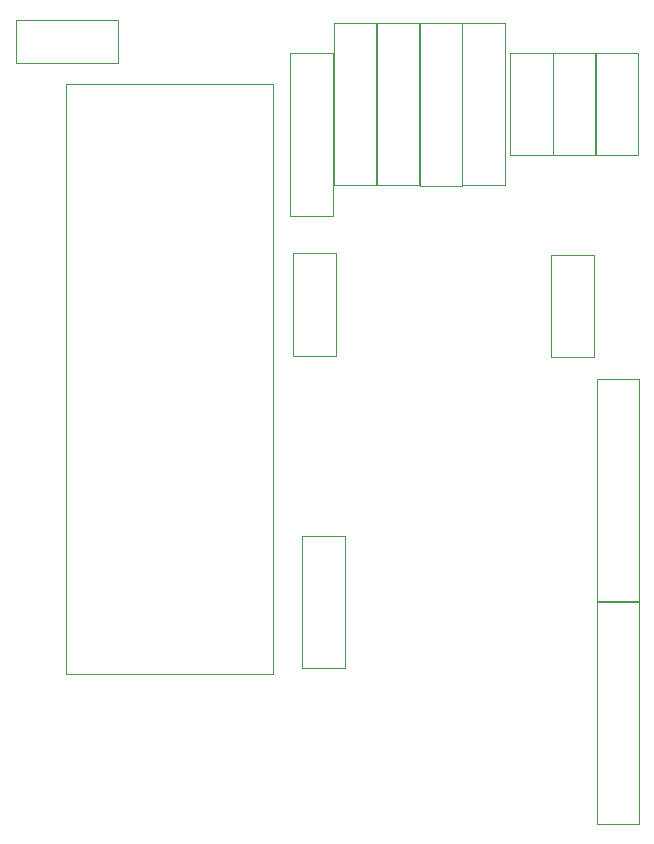
<source format=gbr>
G04 #@! TF.GenerationSoftware,KiCad,Pcbnew,8.0.5*
G04 #@! TF.CreationDate,2024-10-14T11:26:22+05:00*
G04 #@! TF.ProjectId,2floor_for_orange_pi,32666c6f-6f72-45f6-966f-725f6f72616e,rev?*
G04 #@! TF.SameCoordinates,Original*
G04 #@! TF.FileFunction,Other,User*
%FSLAX46Y46*%
G04 Gerber Fmt 4.6, Leading zero omitted, Abs format (unit mm)*
G04 Created by KiCad (PCBNEW 8.0.5) date 2024-10-14 11:26:22*
%MOMM*%
%LPD*%
G01*
G04 APERTURE LIST*
%ADD10C,0.050000*%
G04 APERTURE END LIST*
D10*
G04 #@! TO.C,J16*
X61430000Y-17870000D02*
X61430000Y-31620000D01*
X61430000Y-31620000D02*
X65030000Y-31620000D01*
X65030000Y-17870000D02*
X61430000Y-17870000D01*
X65030000Y-31620000D02*
X65030000Y-17870000D01*
G04 #@! TO.C,J7*
X47110000Y-37390000D02*
X47110000Y-46040000D01*
X47110000Y-46040000D02*
X50710000Y-46040000D01*
X50710000Y-37390000D02*
X47110000Y-37390000D01*
X50710000Y-46040000D02*
X50710000Y-37390000D01*
G04 #@! TO.C,J9*
X68940000Y-37540000D02*
X68940000Y-46190000D01*
X68940000Y-46190000D02*
X72540000Y-46190000D01*
X72540000Y-37540000D02*
X68940000Y-37540000D01*
X72540000Y-46190000D02*
X72540000Y-37540000D01*
G04 #@! TO.C,J17*
X23630000Y-17630000D02*
X23630000Y-21230000D01*
X23630000Y-21230000D02*
X32280000Y-21230000D01*
X32280000Y-17630000D02*
X23630000Y-17630000D01*
X32280000Y-21230000D02*
X32280000Y-17630000D01*
G04 #@! TO.C,U1*
X27870000Y-23060000D02*
X45370000Y-23060000D01*
X27870000Y-73020000D02*
X27870000Y-23060000D01*
X45370000Y-23060000D02*
X45370000Y-73020000D01*
X45370000Y-73020000D02*
X27870000Y-73020000D01*
G04 #@! TO.C,J3*
X72810000Y-66860000D02*
X76360000Y-66860000D01*
X72810000Y-85660000D02*
X72810000Y-66860000D01*
X76360000Y-66860000D02*
X76360000Y-85660000D01*
X76360000Y-85660000D02*
X72810000Y-85660000D01*
G04 #@! TO.C,J14*
X54180000Y-17880000D02*
X54180000Y-31630000D01*
X54180000Y-31630000D02*
X57780000Y-31630000D01*
X57780000Y-17880000D02*
X54180000Y-17880000D01*
X57780000Y-31630000D02*
X57780000Y-17880000D01*
G04 #@! TO.C,J2*
X72820000Y-48040000D02*
X76370000Y-48040000D01*
X72820000Y-66840000D02*
X72820000Y-48040000D01*
X76370000Y-48040000D02*
X76370000Y-66840000D01*
X76370000Y-66840000D02*
X72820000Y-66840000D01*
G04 #@! TO.C,J6*
X65480000Y-20400000D02*
X65480000Y-29050000D01*
X65480000Y-29050000D02*
X69080000Y-29050000D01*
X69080000Y-20400000D02*
X65480000Y-20400000D01*
X69080000Y-29050000D02*
X69080000Y-20400000D01*
G04 #@! TO.C,J13*
X50540000Y-17880000D02*
X50540000Y-31630000D01*
X50540000Y-31630000D02*
X54140000Y-31630000D01*
X54140000Y-17880000D02*
X50540000Y-17880000D01*
X54140000Y-31630000D02*
X54140000Y-17880000D01*
G04 #@! TO.C,J5*
X69080000Y-20400000D02*
X69080000Y-29050000D01*
X69080000Y-29050000D02*
X72680000Y-29050000D01*
X72680000Y-20400000D02*
X69080000Y-20400000D01*
X72680000Y-29050000D02*
X72680000Y-20400000D01*
G04 #@! TO.C,J4*
X72720000Y-20400000D02*
X72720000Y-29050000D01*
X72720000Y-29050000D02*
X76320000Y-29050000D01*
X76320000Y-20400000D02*
X72720000Y-20400000D01*
X76320000Y-29050000D02*
X76320000Y-20400000D01*
G04 #@! TO.C,J11*
X47890000Y-61320000D02*
X47890000Y-72520000D01*
X47890000Y-72520000D02*
X51490000Y-72520000D01*
X51490000Y-61320000D02*
X47890000Y-61320000D01*
X51490000Y-72520000D02*
X51490000Y-61320000D01*
G04 #@! TO.C,J15*
X57810000Y-17890000D02*
X57810000Y-31640000D01*
X57810000Y-31640000D02*
X61410000Y-31640000D01*
X61410000Y-17890000D02*
X57810000Y-17890000D01*
X61410000Y-31640000D02*
X61410000Y-17890000D01*
G04 #@! TO.C,J12*
X46860000Y-20450000D02*
X46860000Y-34200000D01*
X46860000Y-34200000D02*
X50460000Y-34200000D01*
X50460000Y-20450000D02*
X46860000Y-20450000D01*
X50460000Y-34200000D02*
X50460000Y-20450000D01*
G04 #@! TD*
M02*

</source>
